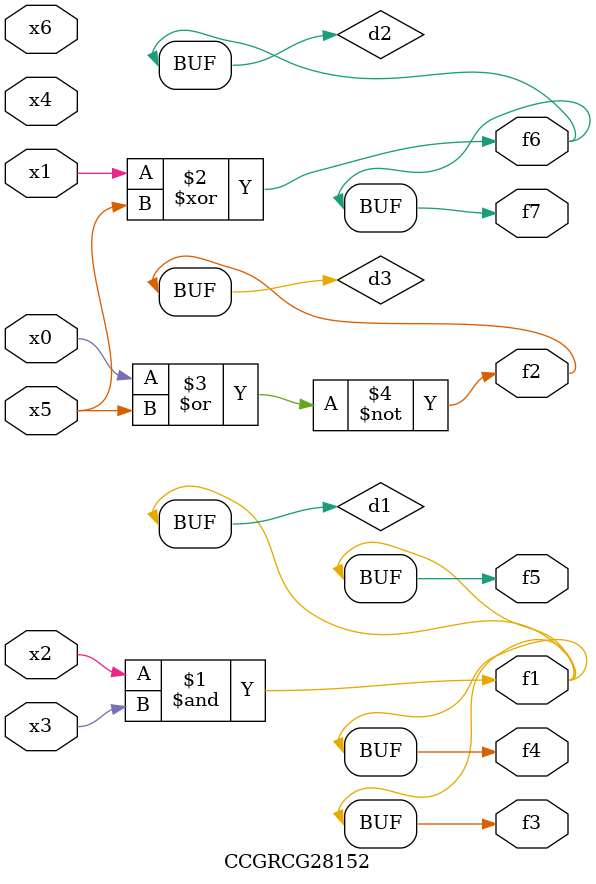
<source format=v>
module CCGRCG28152(
	input x0, x1, x2, x3, x4, x5, x6,
	output f1, f2, f3, f4, f5, f6, f7
);

	wire d1, d2, d3;

	and (d1, x2, x3);
	xor (d2, x1, x5);
	nor (d3, x0, x5);
	assign f1 = d1;
	assign f2 = d3;
	assign f3 = d1;
	assign f4 = d1;
	assign f5 = d1;
	assign f6 = d2;
	assign f7 = d2;
endmodule

</source>
